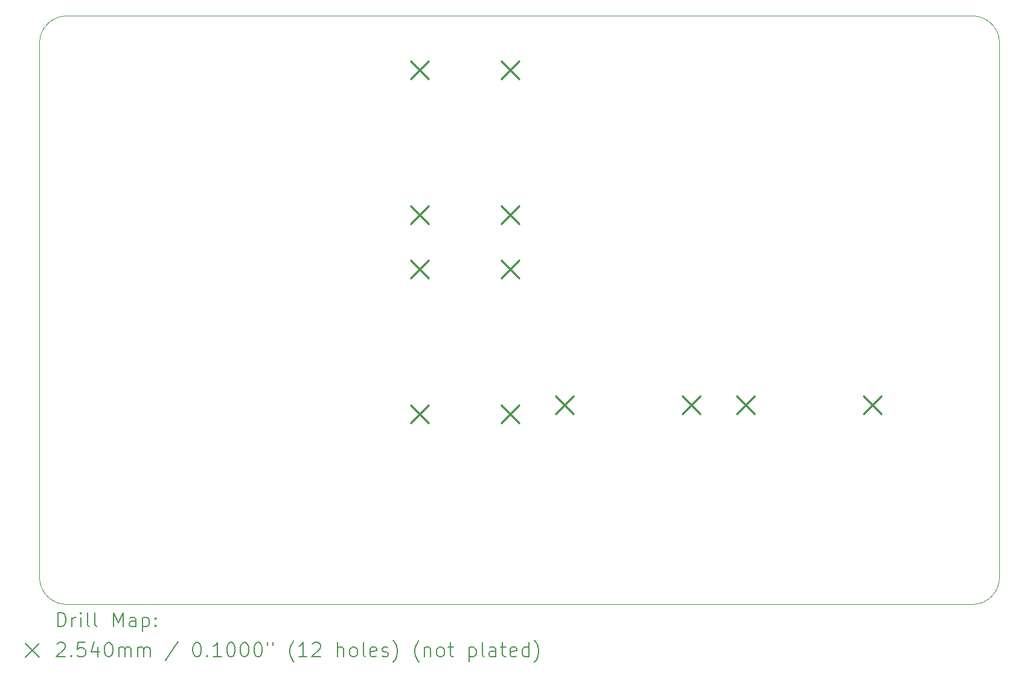
<source format=gbr>
%FSLAX45Y45*%
G04 Gerber Fmt 4.5, Leading zero omitted, Abs format (unit mm)*
G04 Created by KiCad (PCBNEW (6.0.5-0)) date 2022-06-17 11:18:39*
%MOMM*%
%LPD*%
G01*
G04 APERTURE LIST*
%TA.AperFunction,Profile*%
%ADD10C,0.050000*%
%TD*%
%ADD11C,0.200000*%
%ADD12C,0.254000*%
G04 APERTURE END LIST*
D10*
X8763000Y-13589000D02*
X8763000Y-6096000D01*
X8763000Y-13589000D02*
G75*
G03*
X9144000Y-13970000I381000J0D01*
G01*
X22225000Y-6096000D02*
X22225000Y-13589000D01*
X9144000Y-13970000D02*
X21844000Y-13970000D01*
X9144000Y-5715000D02*
X21844000Y-5715000D01*
X22225000Y-6096000D02*
G75*
G03*
X21844000Y-5715000I-381000J0D01*
G01*
X21844000Y-13970000D02*
G75*
G03*
X22225000Y-13589000I0J381000D01*
G01*
X9144000Y-5715000D02*
G75*
G03*
X8763000Y-6096000I0J-381000D01*
G01*
D11*
D12*
X13970000Y-6350000D02*
X14224000Y-6604000D01*
X14224000Y-6350000D02*
X13970000Y-6604000D01*
X13970000Y-8382000D02*
X14224000Y-8636000D01*
X14224000Y-8382000D02*
X13970000Y-8636000D01*
X13970000Y-9144000D02*
X14224000Y-9398000D01*
X14224000Y-9144000D02*
X13970000Y-9398000D01*
X13970000Y-11176000D02*
X14224000Y-11430000D01*
X14224000Y-11176000D02*
X13970000Y-11430000D01*
X15240000Y-6350000D02*
X15494000Y-6604000D01*
X15494000Y-6350000D02*
X15240000Y-6604000D01*
X15240000Y-8382000D02*
X15494000Y-8636000D01*
X15494000Y-8382000D02*
X15240000Y-8636000D01*
X15240000Y-9144000D02*
X15494000Y-9398000D01*
X15494000Y-9144000D02*
X15240000Y-9398000D01*
X15240000Y-11176000D02*
X15494000Y-11430000D01*
X15494000Y-11176000D02*
X15240000Y-11430000D01*
X16002000Y-11049000D02*
X16256000Y-11303000D01*
X16256000Y-11049000D02*
X16002000Y-11303000D01*
X17780000Y-11049000D02*
X18034000Y-11303000D01*
X18034000Y-11049000D02*
X17780000Y-11303000D01*
X18542000Y-11049000D02*
X18796000Y-11303000D01*
X18796000Y-11049000D02*
X18542000Y-11303000D01*
X20320000Y-11049000D02*
X20574000Y-11303000D01*
X20574000Y-11049000D02*
X20320000Y-11303000D01*
D11*
X9018119Y-14282976D02*
X9018119Y-14082976D01*
X9065738Y-14082976D01*
X9094310Y-14092500D01*
X9113357Y-14111548D01*
X9122881Y-14130595D01*
X9132405Y-14168690D01*
X9132405Y-14197262D01*
X9122881Y-14235357D01*
X9113357Y-14254405D01*
X9094310Y-14273452D01*
X9065738Y-14282976D01*
X9018119Y-14282976D01*
X9218119Y-14282976D02*
X9218119Y-14149643D01*
X9218119Y-14187738D02*
X9227643Y-14168690D01*
X9237167Y-14159167D01*
X9256214Y-14149643D01*
X9275262Y-14149643D01*
X9341929Y-14282976D02*
X9341929Y-14149643D01*
X9341929Y-14082976D02*
X9332405Y-14092500D01*
X9341929Y-14102024D01*
X9351452Y-14092500D01*
X9341929Y-14082976D01*
X9341929Y-14102024D01*
X9465738Y-14282976D02*
X9446690Y-14273452D01*
X9437167Y-14254405D01*
X9437167Y-14082976D01*
X9570500Y-14282976D02*
X9551452Y-14273452D01*
X9541929Y-14254405D01*
X9541929Y-14082976D01*
X9799071Y-14282976D02*
X9799071Y-14082976D01*
X9865738Y-14225833D01*
X9932405Y-14082976D01*
X9932405Y-14282976D01*
X10113357Y-14282976D02*
X10113357Y-14178214D01*
X10103833Y-14159167D01*
X10084786Y-14149643D01*
X10046690Y-14149643D01*
X10027643Y-14159167D01*
X10113357Y-14273452D02*
X10094310Y-14282976D01*
X10046690Y-14282976D01*
X10027643Y-14273452D01*
X10018119Y-14254405D01*
X10018119Y-14235357D01*
X10027643Y-14216309D01*
X10046690Y-14206786D01*
X10094310Y-14206786D01*
X10113357Y-14197262D01*
X10208595Y-14149643D02*
X10208595Y-14349643D01*
X10208595Y-14159167D02*
X10227643Y-14149643D01*
X10265738Y-14149643D01*
X10284786Y-14159167D01*
X10294310Y-14168690D01*
X10303833Y-14187738D01*
X10303833Y-14244881D01*
X10294310Y-14263928D01*
X10284786Y-14273452D01*
X10265738Y-14282976D01*
X10227643Y-14282976D01*
X10208595Y-14273452D01*
X10389548Y-14263928D02*
X10399071Y-14273452D01*
X10389548Y-14282976D01*
X10380024Y-14273452D01*
X10389548Y-14263928D01*
X10389548Y-14282976D01*
X10389548Y-14159167D02*
X10399071Y-14168690D01*
X10389548Y-14178214D01*
X10380024Y-14168690D01*
X10389548Y-14159167D01*
X10389548Y-14178214D01*
X8560500Y-14512500D02*
X8760500Y-14712500D01*
X8760500Y-14512500D02*
X8560500Y-14712500D01*
X9008595Y-14522024D02*
X9018119Y-14512500D01*
X9037167Y-14502976D01*
X9084786Y-14502976D01*
X9103833Y-14512500D01*
X9113357Y-14522024D01*
X9122881Y-14541071D01*
X9122881Y-14560119D01*
X9113357Y-14588690D01*
X8999071Y-14702976D01*
X9122881Y-14702976D01*
X9208595Y-14683928D02*
X9218119Y-14693452D01*
X9208595Y-14702976D01*
X9199071Y-14693452D01*
X9208595Y-14683928D01*
X9208595Y-14702976D01*
X9399071Y-14502976D02*
X9303833Y-14502976D01*
X9294310Y-14598214D01*
X9303833Y-14588690D01*
X9322881Y-14579167D01*
X9370500Y-14579167D01*
X9389548Y-14588690D01*
X9399071Y-14598214D01*
X9408595Y-14617262D01*
X9408595Y-14664881D01*
X9399071Y-14683928D01*
X9389548Y-14693452D01*
X9370500Y-14702976D01*
X9322881Y-14702976D01*
X9303833Y-14693452D01*
X9294310Y-14683928D01*
X9580024Y-14569643D02*
X9580024Y-14702976D01*
X9532405Y-14493452D02*
X9484786Y-14636309D01*
X9608595Y-14636309D01*
X9722881Y-14502976D02*
X9741929Y-14502976D01*
X9760976Y-14512500D01*
X9770500Y-14522024D01*
X9780024Y-14541071D01*
X9789548Y-14579167D01*
X9789548Y-14626786D01*
X9780024Y-14664881D01*
X9770500Y-14683928D01*
X9760976Y-14693452D01*
X9741929Y-14702976D01*
X9722881Y-14702976D01*
X9703833Y-14693452D01*
X9694310Y-14683928D01*
X9684786Y-14664881D01*
X9675262Y-14626786D01*
X9675262Y-14579167D01*
X9684786Y-14541071D01*
X9694310Y-14522024D01*
X9703833Y-14512500D01*
X9722881Y-14502976D01*
X9875262Y-14702976D02*
X9875262Y-14569643D01*
X9875262Y-14588690D02*
X9884786Y-14579167D01*
X9903833Y-14569643D01*
X9932405Y-14569643D01*
X9951452Y-14579167D01*
X9960976Y-14598214D01*
X9960976Y-14702976D01*
X9960976Y-14598214D02*
X9970500Y-14579167D01*
X9989548Y-14569643D01*
X10018119Y-14569643D01*
X10037167Y-14579167D01*
X10046690Y-14598214D01*
X10046690Y-14702976D01*
X10141929Y-14702976D02*
X10141929Y-14569643D01*
X10141929Y-14588690D02*
X10151452Y-14579167D01*
X10170500Y-14569643D01*
X10199071Y-14569643D01*
X10218119Y-14579167D01*
X10227643Y-14598214D01*
X10227643Y-14702976D01*
X10227643Y-14598214D02*
X10237167Y-14579167D01*
X10256214Y-14569643D01*
X10284786Y-14569643D01*
X10303833Y-14579167D01*
X10313357Y-14598214D01*
X10313357Y-14702976D01*
X10703833Y-14493452D02*
X10532405Y-14750595D01*
X10960976Y-14502976D02*
X10980024Y-14502976D01*
X10999071Y-14512500D01*
X11008595Y-14522024D01*
X11018119Y-14541071D01*
X11027643Y-14579167D01*
X11027643Y-14626786D01*
X11018119Y-14664881D01*
X11008595Y-14683928D01*
X10999071Y-14693452D01*
X10980024Y-14702976D01*
X10960976Y-14702976D01*
X10941929Y-14693452D01*
X10932405Y-14683928D01*
X10922881Y-14664881D01*
X10913357Y-14626786D01*
X10913357Y-14579167D01*
X10922881Y-14541071D01*
X10932405Y-14522024D01*
X10941929Y-14512500D01*
X10960976Y-14502976D01*
X11113357Y-14683928D02*
X11122881Y-14693452D01*
X11113357Y-14702976D01*
X11103833Y-14693452D01*
X11113357Y-14683928D01*
X11113357Y-14702976D01*
X11313357Y-14702976D02*
X11199071Y-14702976D01*
X11256214Y-14702976D02*
X11256214Y-14502976D01*
X11237167Y-14531548D01*
X11218119Y-14550595D01*
X11199071Y-14560119D01*
X11437167Y-14502976D02*
X11456214Y-14502976D01*
X11475262Y-14512500D01*
X11484786Y-14522024D01*
X11494309Y-14541071D01*
X11503833Y-14579167D01*
X11503833Y-14626786D01*
X11494309Y-14664881D01*
X11484786Y-14683928D01*
X11475262Y-14693452D01*
X11456214Y-14702976D01*
X11437167Y-14702976D01*
X11418119Y-14693452D01*
X11408595Y-14683928D01*
X11399071Y-14664881D01*
X11389548Y-14626786D01*
X11389548Y-14579167D01*
X11399071Y-14541071D01*
X11408595Y-14522024D01*
X11418119Y-14512500D01*
X11437167Y-14502976D01*
X11627643Y-14502976D02*
X11646690Y-14502976D01*
X11665738Y-14512500D01*
X11675262Y-14522024D01*
X11684786Y-14541071D01*
X11694309Y-14579167D01*
X11694309Y-14626786D01*
X11684786Y-14664881D01*
X11675262Y-14683928D01*
X11665738Y-14693452D01*
X11646690Y-14702976D01*
X11627643Y-14702976D01*
X11608595Y-14693452D01*
X11599071Y-14683928D01*
X11589548Y-14664881D01*
X11580024Y-14626786D01*
X11580024Y-14579167D01*
X11589548Y-14541071D01*
X11599071Y-14522024D01*
X11608595Y-14512500D01*
X11627643Y-14502976D01*
X11818119Y-14502976D02*
X11837167Y-14502976D01*
X11856214Y-14512500D01*
X11865738Y-14522024D01*
X11875262Y-14541071D01*
X11884786Y-14579167D01*
X11884786Y-14626786D01*
X11875262Y-14664881D01*
X11865738Y-14683928D01*
X11856214Y-14693452D01*
X11837167Y-14702976D01*
X11818119Y-14702976D01*
X11799071Y-14693452D01*
X11789548Y-14683928D01*
X11780024Y-14664881D01*
X11770500Y-14626786D01*
X11770500Y-14579167D01*
X11780024Y-14541071D01*
X11789548Y-14522024D01*
X11799071Y-14512500D01*
X11818119Y-14502976D01*
X11960976Y-14502976D02*
X11960976Y-14541071D01*
X12037167Y-14502976D02*
X12037167Y-14541071D01*
X12332405Y-14779167D02*
X12322881Y-14769643D01*
X12303833Y-14741071D01*
X12294309Y-14722024D01*
X12284786Y-14693452D01*
X12275262Y-14645833D01*
X12275262Y-14607738D01*
X12284786Y-14560119D01*
X12294309Y-14531548D01*
X12303833Y-14512500D01*
X12322881Y-14483928D01*
X12332405Y-14474405D01*
X12513357Y-14702976D02*
X12399071Y-14702976D01*
X12456214Y-14702976D02*
X12456214Y-14502976D01*
X12437167Y-14531548D01*
X12418119Y-14550595D01*
X12399071Y-14560119D01*
X12589548Y-14522024D02*
X12599071Y-14512500D01*
X12618119Y-14502976D01*
X12665738Y-14502976D01*
X12684786Y-14512500D01*
X12694309Y-14522024D01*
X12703833Y-14541071D01*
X12703833Y-14560119D01*
X12694309Y-14588690D01*
X12580024Y-14702976D01*
X12703833Y-14702976D01*
X12941928Y-14702976D02*
X12941928Y-14502976D01*
X13027643Y-14702976D02*
X13027643Y-14598214D01*
X13018119Y-14579167D01*
X12999071Y-14569643D01*
X12970500Y-14569643D01*
X12951452Y-14579167D01*
X12941928Y-14588690D01*
X13151452Y-14702976D02*
X13132405Y-14693452D01*
X13122881Y-14683928D01*
X13113357Y-14664881D01*
X13113357Y-14607738D01*
X13122881Y-14588690D01*
X13132405Y-14579167D01*
X13151452Y-14569643D01*
X13180024Y-14569643D01*
X13199071Y-14579167D01*
X13208595Y-14588690D01*
X13218119Y-14607738D01*
X13218119Y-14664881D01*
X13208595Y-14683928D01*
X13199071Y-14693452D01*
X13180024Y-14702976D01*
X13151452Y-14702976D01*
X13332405Y-14702976D02*
X13313357Y-14693452D01*
X13303833Y-14674405D01*
X13303833Y-14502976D01*
X13484786Y-14693452D02*
X13465738Y-14702976D01*
X13427643Y-14702976D01*
X13408595Y-14693452D01*
X13399071Y-14674405D01*
X13399071Y-14598214D01*
X13408595Y-14579167D01*
X13427643Y-14569643D01*
X13465738Y-14569643D01*
X13484786Y-14579167D01*
X13494309Y-14598214D01*
X13494309Y-14617262D01*
X13399071Y-14636309D01*
X13570500Y-14693452D02*
X13589548Y-14702976D01*
X13627643Y-14702976D01*
X13646690Y-14693452D01*
X13656214Y-14674405D01*
X13656214Y-14664881D01*
X13646690Y-14645833D01*
X13627643Y-14636309D01*
X13599071Y-14636309D01*
X13580024Y-14626786D01*
X13570500Y-14607738D01*
X13570500Y-14598214D01*
X13580024Y-14579167D01*
X13599071Y-14569643D01*
X13627643Y-14569643D01*
X13646690Y-14579167D01*
X13722881Y-14779167D02*
X13732405Y-14769643D01*
X13751452Y-14741071D01*
X13760976Y-14722024D01*
X13770500Y-14693452D01*
X13780024Y-14645833D01*
X13780024Y-14607738D01*
X13770500Y-14560119D01*
X13760976Y-14531548D01*
X13751452Y-14512500D01*
X13732405Y-14483928D01*
X13722881Y-14474405D01*
X14084786Y-14779167D02*
X14075262Y-14769643D01*
X14056214Y-14741071D01*
X14046690Y-14722024D01*
X14037167Y-14693452D01*
X14027643Y-14645833D01*
X14027643Y-14607738D01*
X14037167Y-14560119D01*
X14046690Y-14531548D01*
X14056214Y-14512500D01*
X14075262Y-14483928D01*
X14084786Y-14474405D01*
X14160976Y-14569643D02*
X14160976Y-14702976D01*
X14160976Y-14588690D02*
X14170500Y-14579167D01*
X14189548Y-14569643D01*
X14218119Y-14569643D01*
X14237167Y-14579167D01*
X14246690Y-14598214D01*
X14246690Y-14702976D01*
X14370500Y-14702976D02*
X14351452Y-14693452D01*
X14341928Y-14683928D01*
X14332405Y-14664881D01*
X14332405Y-14607738D01*
X14341928Y-14588690D01*
X14351452Y-14579167D01*
X14370500Y-14569643D01*
X14399071Y-14569643D01*
X14418119Y-14579167D01*
X14427643Y-14588690D01*
X14437167Y-14607738D01*
X14437167Y-14664881D01*
X14427643Y-14683928D01*
X14418119Y-14693452D01*
X14399071Y-14702976D01*
X14370500Y-14702976D01*
X14494309Y-14569643D02*
X14570500Y-14569643D01*
X14522881Y-14502976D02*
X14522881Y-14674405D01*
X14532405Y-14693452D01*
X14551452Y-14702976D01*
X14570500Y-14702976D01*
X14789548Y-14569643D02*
X14789548Y-14769643D01*
X14789548Y-14579167D02*
X14808595Y-14569643D01*
X14846690Y-14569643D01*
X14865738Y-14579167D01*
X14875262Y-14588690D01*
X14884786Y-14607738D01*
X14884786Y-14664881D01*
X14875262Y-14683928D01*
X14865738Y-14693452D01*
X14846690Y-14702976D01*
X14808595Y-14702976D01*
X14789548Y-14693452D01*
X14999071Y-14702976D02*
X14980024Y-14693452D01*
X14970500Y-14674405D01*
X14970500Y-14502976D01*
X15160976Y-14702976D02*
X15160976Y-14598214D01*
X15151452Y-14579167D01*
X15132405Y-14569643D01*
X15094309Y-14569643D01*
X15075262Y-14579167D01*
X15160976Y-14693452D02*
X15141928Y-14702976D01*
X15094309Y-14702976D01*
X15075262Y-14693452D01*
X15065738Y-14674405D01*
X15065738Y-14655357D01*
X15075262Y-14636309D01*
X15094309Y-14626786D01*
X15141928Y-14626786D01*
X15160976Y-14617262D01*
X15227643Y-14569643D02*
X15303833Y-14569643D01*
X15256214Y-14502976D02*
X15256214Y-14674405D01*
X15265738Y-14693452D01*
X15284786Y-14702976D01*
X15303833Y-14702976D01*
X15446690Y-14693452D02*
X15427643Y-14702976D01*
X15389548Y-14702976D01*
X15370500Y-14693452D01*
X15360976Y-14674405D01*
X15360976Y-14598214D01*
X15370500Y-14579167D01*
X15389548Y-14569643D01*
X15427643Y-14569643D01*
X15446690Y-14579167D01*
X15456214Y-14598214D01*
X15456214Y-14617262D01*
X15360976Y-14636309D01*
X15627643Y-14702976D02*
X15627643Y-14502976D01*
X15627643Y-14693452D02*
X15608595Y-14702976D01*
X15570500Y-14702976D01*
X15551452Y-14693452D01*
X15541928Y-14683928D01*
X15532405Y-14664881D01*
X15532405Y-14607738D01*
X15541928Y-14588690D01*
X15551452Y-14579167D01*
X15570500Y-14569643D01*
X15608595Y-14569643D01*
X15627643Y-14579167D01*
X15703833Y-14779167D02*
X15713357Y-14769643D01*
X15732405Y-14741071D01*
X15741928Y-14722024D01*
X15751452Y-14693452D01*
X15760976Y-14645833D01*
X15760976Y-14607738D01*
X15751452Y-14560119D01*
X15741928Y-14531548D01*
X15732405Y-14512500D01*
X15713357Y-14483928D01*
X15703833Y-14474405D01*
M02*

</source>
